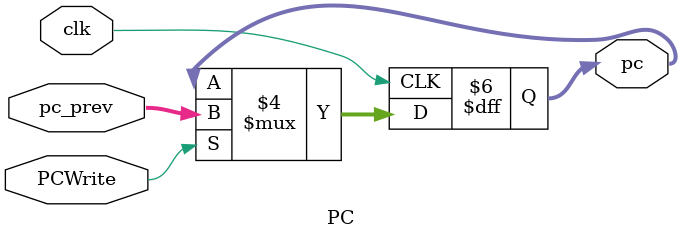
<source format=v>
`timescale 1ns / 1ps


module PC(PCWrite, pc_prev, pc, clk);
    input PCWrite,clk;
    input [31:0] pc_prev;
    output reg [31:0] pc;
    
    initial 
      pc=32'b0;
    
    always @(posedge clk) begin
        if (PCWrite) 
            pc = pc_prev;

    end
endmodule
</source>
